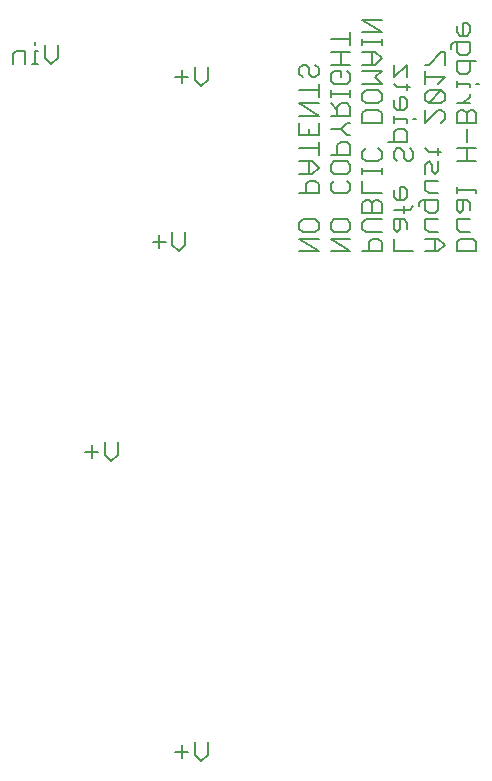
<source format=gbo>
G75*
%MOIN*%
%OFA0B0*%
%FSLAX24Y24*%
%IPPOS*%
%LPD*%
%AMOC8*
5,1,8,0,0,1.08239X$1,22.5*
%
%ADD10C,0.0060*%
D10*
X020048Y020750D02*
X020475Y020750D01*
X020693Y020644D02*
X020693Y021071D01*
X021120Y021071D02*
X021120Y020644D01*
X020906Y020430D01*
X020693Y020644D01*
X020262Y020537D02*
X020262Y020964D01*
X022512Y027537D02*
X022512Y027964D01*
X022725Y027750D02*
X022298Y027750D01*
X022943Y027644D02*
X022943Y028071D01*
X023370Y028071D02*
X023370Y027644D01*
X023156Y027430D01*
X022943Y027644D01*
X027180Y027857D02*
X027821Y027857D01*
X027714Y028075D02*
X027287Y028075D01*
X027180Y028181D01*
X027180Y028395D01*
X027287Y028502D01*
X027714Y028502D01*
X027821Y028395D01*
X027821Y028181D01*
X027714Y028075D01*
X027180Y027857D02*
X027821Y027430D01*
X027180Y027430D01*
X028230Y027430D02*
X028871Y027430D01*
X028230Y027857D01*
X028871Y027857D01*
X028764Y028075D02*
X028871Y028181D01*
X028871Y028395D01*
X028764Y028502D01*
X028337Y028502D01*
X028230Y028395D01*
X028230Y028181D01*
X028337Y028075D01*
X028764Y028075D01*
X029280Y028181D02*
X029387Y028075D01*
X029921Y028075D01*
X029814Y027857D02*
X029921Y027750D01*
X029921Y027430D01*
X029280Y027430D01*
X029494Y027430D02*
X029494Y027750D01*
X029600Y027857D01*
X029814Y027857D01*
X029280Y028181D02*
X029280Y028395D01*
X029387Y028502D01*
X029921Y028502D01*
X029921Y028719D02*
X029921Y029039D01*
X029814Y029146D01*
X029707Y029146D01*
X029600Y029039D01*
X029600Y028719D01*
X029280Y028719D02*
X029280Y029039D01*
X029387Y029146D01*
X029494Y029146D01*
X029600Y029039D01*
X029280Y028719D02*
X029921Y028719D01*
X030330Y028826D02*
X030864Y028826D01*
X030971Y028933D01*
X031166Y028933D02*
X031166Y029039D01*
X031273Y029146D01*
X031807Y029146D01*
X031807Y028826D01*
X031700Y028719D01*
X031487Y028719D01*
X031380Y028826D01*
X031380Y029146D01*
X031487Y029364D02*
X031380Y029470D01*
X031380Y029791D01*
X031807Y029791D01*
X031700Y030008D02*
X031807Y030115D01*
X031807Y030435D01*
X031807Y030653D02*
X031807Y030866D01*
X031914Y030760D02*
X031487Y030760D01*
X031380Y030866D01*
X030971Y030758D02*
X030971Y030545D01*
X030864Y030438D01*
X030757Y030438D01*
X030650Y030545D01*
X030650Y030758D01*
X030544Y030865D01*
X030437Y030865D01*
X030330Y030758D01*
X030330Y030545D01*
X030437Y030438D01*
X029921Y030545D02*
X029814Y030438D01*
X029387Y030438D01*
X029280Y030545D01*
X029280Y030758D01*
X029387Y030865D01*
X029814Y030865D02*
X029921Y030758D01*
X029921Y030545D01*
X029921Y030222D02*
X029921Y030008D01*
X029921Y030115D02*
X029280Y030115D01*
X029280Y030008D02*
X029280Y030222D01*
X028871Y030328D02*
X028764Y030435D01*
X028337Y030435D01*
X028230Y030328D01*
X028230Y030115D01*
X028337Y030008D01*
X028764Y030008D01*
X028871Y030115D01*
X028871Y030328D01*
X028871Y030653D02*
X028871Y030973D01*
X028764Y031080D01*
X028550Y031080D01*
X028444Y030973D01*
X028444Y030653D01*
X028230Y030653D02*
X028871Y030653D01*
X028871Y031297D02*
X028764Y031297D01*
X028550Y031511D01*
X028230Y031511D01*
X028550Y031511D02*
X028764Y031724D01*
X028871Y031724D01*
X028871Y031942D02*
X028871Y032262D01*
X028764Y032369D01*
X028550Y032369D01*
X028444Y032262D01*
X028444Y031942D01*
X028444Y032155D02*
X028230Y032369D01*
X028230Y032586D02*
X028230Y032800D01*
X028230Y032693D02*
X028871Y032693D01*
X028871Y032586D02*
X028871Y032800D01*
X028764Y033016D02*
X028871Y033123D01*
X028871Y033336D01*
X028764Y033443D01*
X028550Y033443D02*
X028550Y033230D01*
X028550Y033443D02*
X028337Y033443D01*
X028230Y033336D01*
X028230Y033123D01*
X028337Y033016D01*
X028764Y033016D01*
X029280Y033016D02*
X029921Y033016D01*
X029707Y033230D01*
X029921Y033443D01*
X029280Y033443D01*
X029280Y033661D02*
X029707Y033661D01*
X029921Y033874D01*
X029707Y034088D01*
X029280Y034088D01*
X029280Y034305D02*
X029280Y034519D01*
X029280Y034412D02*
X029921Y034412D01*
X029921Y034305D02*
X029921Y034519D01*
X029921Y034735D02*
X029280Y035162D01*
X029921Y035162D01*
X029921Y034735D02*
X029280Y034735D01*
X028871Y034732D02*
X028871Y034305D01*
X028871Y034519D02*
X028230Y034519D01*
X028230Y034088D02*
X028871Y034088D01*
X028550Y034088D02*
X028550Y033661D01*
X028230Y033661D02*
X028871Y033661D01*
X029600Y033661D02*
X029600Y034088D01*
X030330Y033658D02*
X030330Y033231D01*
X030757Y033658D01*
X030757Y033231D01*
X030757Y033015D02*
X030757Y032801D01*
X030864Y032908D02*
X030437Y032908D01*
X030330Y033015D01*
X030544Y032584D02*
X030544Y032157D01*
X030650Y032157D02*
X030757Y032263D01*
X030757Y032477D01*
X030650Y032584D01*
X030544Y032584D01*
X030330Y032477D02*
X030330Y032263D01*
X030437Y032157D01*
X030650Y032157D01*
X030757Y031834D02*
X030330Y031834D01*
X030330Y031727D02*
X030330Y031941D01*
X029921Y032047D02*
X029921Y031727D01*
X029280Y031727D01*
X029280Y032047D01*
X029387Y032154D01*
X029814Y032154D01*
X029921Y032047D01*
X029814Y032372D02*
X029921Y032478D01*
X029921Y032692D01*
X029814Y032799D01*
X029387Y032799D01*
X029280Y032692D01*
X029280Y032478D01*
X029387Y032372D01*
X029814Y032372D01*
X028871Y031942D02*
X028230Y031942D01*
X027821Y031942D02*
X027180Y032369D01*
X027821Y032369D01*
X027821Y032586D02*
X027821Y033013D01*
X027821Y032800D02*
X027180Y032800D01*
X027287Y033231D02*
X027180Y033338D01*
X027180Y033551D01*
X027287Y033658D01*
X027394Y033658D01*
X027500Y033551D01*
X027500Y033338D01*
X027607Y033231D01*
X027714Y033231D01*
X027821Y033338D01*
X027821Y033551D01*
X027714Y033658D01*
X027821Y031942D02*
X027180Y031942D01*
X027180Y031724D02*
X027180Y031297D01*
X027821Y031297D01*
X027821Y031724D01*
X027500Y031511D02*
X027500Y031297D01*
X027821Y031080D02*
X027821Y030653D01*
X027821Y030866D02*
X027180Y030866D01*
X027180Y030435D02*
X027607Y030435D01*
X027821Y030222D01*
X027607Y030008D01*
X027180Y030008D01*
X027500Y030008D02*
X027500Y030435D01*
X027500Y029791D02*
X027394Y029684D01*
X027394Y029364D01*
X027180Y029364D02*
X027821Y029364D01*
X027821Y029684D01*
X027714Y029791D01*
X027500Y029791D01*
X028230Y029684D02*
X028230Y029470D01*
X028337Y029364D01*
X028764Y029364D01*
X028871Y029470D01*
X028871Y029684D01*
X028764Y029791D01*
X028337Y029791D02*
X028230Y029684D01*
X029280Y029791D02*
X029280Y029364D01*
X029921Y029364D01*
X030330Y029469D02*
X030330Y029256D01*
X030437Y029149D01*
X030650Y029149D01*
X030757Y029256D01*
X030757Y029469D01*
X030650Y029576D01*
X030544Y029576D01*
X030544Y029149D01*
X030650Y028933D02*
X030650Y028719D01*
X030650Y028502D02*
X030330Y028502D01*
X030330Y028181D01*
X030437Y028075D01*
X030544Y028181D01*
X030544Y028502D01*
X030650Y028502D02*
X030757Y028395D01*
X030757Y028181D01*
X030330Y027857D02*
X030330Y027430D01*
X030971Y027430D01*
X031380Y027430D02*
X031807Y027430D01*
X032021Y027644D01*
X031807Y027857D01*
X031380Y027857D01*
X031487Y028075D02*
X031380Y028181D01*
X031380Y028502D01*
X031807Y028502D01*
X031807Y028075D02*
X031487Y028075D01*
X031700Y027857D02*
X031700Y027430D01*
X032430Y027430D02*
X032430Y027750D01*
X032537Y027857D01*
X032964Y027857D01*
X033071Y027750D01*
X033071Y027430D01*
X032430Y027430D01*
X032537Y028075D02*
X032430Y028181D01*
X032430Y028502D01*
X032857Y028502D01*
X032857Y028826D02*
X032857Y029039D01*
X032750Y029146D01*
X032430Y029146D01*
X032430Y028826D01*
X032537Y028719D01*
X032644Y028826D01*
X032644Y029146D01*
X032430Y029364D02*
X032430Y029577D01*
X032430Y029470D02*
X033071Y029470D01*
X033071Y029364D01*
X033071Y030438D02*
X032430Y030438D01*
X032750Y030438D02*
X032750Y030865D01*
X032750Y031082D02*
X032750Y031509D01*
X032750Y031727D02*
X032750Y032047D01*
X032644Y032154D01*
X032537Y032154D01*
X032430Y032047D01*
X032430Y031727D01*
X033071Y031727D01*
X033071Y032047D01*
X032964Y032154D01*
X032857Y032154D01*
X032750Y032047D01*
X032644Y032372D02*
X032857Y032585D01*
X032857Y032692D01*
X032857Y032909D02*
X032857Y033015D01*
X032430Y033015D01*
X032430Y032909D02*
X032430Y033122D01*
X032537Y033338D02*
X032750Y033338D01*
X032857Y033445D01*
X032857Y033765D01*
X033071Y033765D02*
X032430Y033765D01*
X032430Y033445D01*
X032537Y033338D01*
X032021Y033230D02*
X031380Y033230D01*
X031380Y033443D02*
X031380Y033016D01*
X031487Y032799D02*
X031380Y032692D01*
X031380Y032478D01*
X031487Y032372D01*
X031914Y032799D01*
X031487Y032799D01*
X031807Y033016D02*
X032021Y033230D01*
X032021Y033661D02*
X032021Y034088D01*
X031914Y034088D01*
X031487Y033661D01*
X031380Y033661D01*
X031914Y032799D02*
X032021Y032692D01*
X032021Y032478D01*
X031914Y032372D01*
X031487Y032372D01*
X031380Y032154D02*
X031380Y031727D01*
X031807Y032154D01*
X031914Y032154D01*
X032021Y032047D01*
X032021Y031834D01*
X031914Y031727D01*
X032430Y032372D02*
X032857Y032372D01*
X033071Y033015D02*
X033177Y033015D01*
X032750Y033983D02*
X032537Y033983D01*
X032430Y034090D01*
X032430Y034410D01*
X032323Y034410D02*
X032857Y034410D01*
X032857Y034090D01*
X032750Y033983D01*
X032216Y034196D02*
X032216Y034303D01*
X032323Y034410D01*
X032537Y034627D02*
X032750Y034627D01*
X032857Y034734D01*
X032857Y034948D01*
X032750Y035055D01*
X032644Y035055D01*
X032644Y034627D01*
X032537Y034627D02*
X032430Y034734D01*
X032430Y034948D01*
X031077Y031834D02*
X030971Y031834D01*
X030757Y031834D02*
X030757Y031727D01*
X030650Y031509D02*
X030437Y031509D01*
X030330Y031403D01*
X030330Y031082D01*
X030116Y031082D02*
X030757Y031082D01*
X030757Y031403D01*
X030650Y031509D01*
X030864Y030865D02*
X030971Y030758D01*
X031380Y030328D02*
X031487Y030435D01*
X031594Y030328D01*
X031594Y030115D01*
X031700Y030008D01*
X031380Y030008D02*
X031380Y030328D01*
X031487Y029364D02*
X031807Y029364D01*
X032537Y028075D02*
X032857Y028075D01*
X033071Y030865D02*
X032430Y030865D01*
X024120Y033144D02*
X023906Y032930D01*
X023693Y033144D01*
X023693Y033571D01*
X023475Y033250D02*
X023048Y033250D01*
X023262Y033037D02*
X023262Y033464D01*
X024120Y033571D02*
X024120Y033144D01*
X019120Y033894D02*
X018906Y033680D01*
X018693Y033894D01*
X018693Y034321D01*
X018475Y034107D02*
X018369Y034107D01*
X018369Y033680D01*
X018475Y033680D02*
X018262Y033680D01*
X018046Y033680D02*
X018046Y034107D01*
X017725Y034107D01*
X017619Y034000D01*
X017619Y033680D01*
X018369Y034321D02*
X018369Y034427D01*
X019120Y034321D02*
X019120Y033894D01*
X023693Y011071D02*
X023693Y010644D01*
X023906Y010430D01*
X024120Y010644D01*
X024120Y011071D01*
X023475Y010750D02*
X023048Y010750D01*
X023262Y010537D02*
X023262Y010964D01*
M02*

</source>
